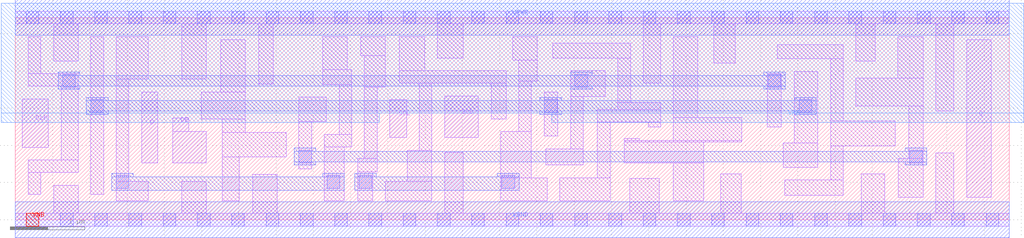
<source format=lef>
# Copyright 2020 The SkyWater PDK Authors
#
# Licensed under the Apache License, Version 2.0 (the "License");
# you may not use this file except in compliance with the License.
# You may obtain a copy of the License at
#
#     https://www.apache.org/licenses/LICENSE-2.0
#
# Unless required by applicable law or agreed to in writing, software
# distributed under the License is distributed on an "AS IS" BASIS,
# WITHOUT WARRANTIES OR CONDITIONS OF ANY KIND, either express or implied.
# See the License for the specific language governing permissions and
# limitations under the License.
#
# SPDX-License-Identifier: Apache-2.0

VERSION 5.7 ;
  NOWIREEXTENSIONATPIN ON ;
  DIVIDERCHAR "/" ;
  BUSBITCHARS "[]" ;
MACRO sky130_fd_sc_hd__sedfxtp_1
  CLASS CORE ;
  FOREIGN sky130_fd_sc_hd__sedfxtp_1 ;
  ORIGIN  0.000000  0.000000 ;
  SIZE  13.34000 BY  2.720000 ;
  SYMMETRY X Y R90 ;
  SITE unithd ;
  PIN D
    ANTENNAGATEAREA  0.159000 ;
    DIRECTION INPUT ;
    USE SIGNAL ;
    PORT
      LAYER li1 ;
        RECT 1.695000 0.765000 1.915000 1.720000 ;
    END
  END D
  PIN DE
    ANTENNAGATEAREA  0.318000 ;
    DIRECTION INPUT ;
    USE SIGNAL ;
    PORT
      LAYER li1 ;
        RECT 2.110000 0.765000 2.565000 1.185000 ;
        RECT 2.110000 1.185000 2.325000 1.370000 ;
    END
  END DE
  PIN Q
    ANTENNADIFFAREA  0.462000 ;
    DIRECTION OUTPUT ;
    USE SIGNAL ;
    PORT
      LAYER li1 ;
        RECT 12.765000 0.305000 13.095000 2.420000 ;
    END
  END Q
  PIN SCD
    ANTENNAGATEAREA  0.159000 ;
    DIRECTION INPUT ;
    USE SIGNAL ;
    PORT
      LAYER li1 ;
        RECT 5.760000 1.105000 6.215000 1.665000 ;
    END
  END SCD
  PIN SCE
    ANTENNAGATEAREA  0.318000 ;
    DIRECTION INPUT ;
    USE SIGNAL ;
    PORT
      LAYER li1 ;
        RECT 5.025000 1.105000 5.250000 1.615000 ;
    END
  END SCE
  PIN CLK
    ANTENNAGATEAREA  0.159000 ;
    DIRECTION INPUT ;
    USE CLOCK ;
    PORT
      LAYER li1 ;
        RECT 0.095000 0.975000 0.445000 1.625000 ;
    END
  END CLK
  PIN VGND
    DIRECTION INOUT ;
    SHAPE ABUTMENT ;
    USE GROUND ;
    PORT
      LAYER met1 ;
        RECT 0.000000 -0.240000 13.340000 0.240000 ;
    END
  END VGND
  PIN VNB
    DIRECTION INOUT ;
    USE GROUND ;
    PORT
      LAYER pwell ;
        RECT 0.145000 -0.085000 0.315000 0.085000 ;
    END
  END VNB
  PIN VPB
    DIRECTION INOUT ;
    USE POWER ;
    PORT
      LAYER nwell ;
        RECT -0.190000 1.305000  4.885000 1.435000 ;
        RECT -0.190000 1.435000 13.530000 2.910000 ;
        RECT  7.200000 1.305000 13.530000 1.435000 ;
    END
  END VPB
  PIN VPWR
    DIRECTION INOUT ;
    SHAPE ABUTMENT ;
    USE POWER ;
    PORT
      LAYER met1 ;
        RECT 0.000000 2.480000 13.340000 2.960000 ;
    END
  END VPWR
  OBS
    LAYER li1 ;
      RECT  0.000000 -0.085000 13.340000 0.085000 ;
      RECT  0.000000  2.635000 13.340000 2.805000 ;
      RECT  0.175000  0.345000  0.345000 0.635000 ;
      RECT  0.175000  0.635000  0.845000 0.805000 ;
      RECT  0.175000  1.795000  0.845000 1.965000 ;
      RECT  0.175000  1.965000  0.345000 2.465000 ;
      RECT  0.515000  0.085000  0.845000 0.465000 ;
      RECT  0.515000  2.135000  0.845000 2.635000 ;
      RECT  0.615000  0.805000  0.845000 1.795000 ;
      RECT  1.015000  0.345000  1.185000 2.465000 ;
      RECT  1.355000  0.255000  1.785000 0.515000 ;
      RECT  1.355000  0.515000  1.525000 1.890000 ;
      RECT  1.355000  1.890000  1.785000 2.465000 ;
      RECT  2.235000  0.085000  2.565000 0.515000 ;
      RECT  2.235000  1.890000  2.565000 2.635000 ;
      RECT  2.495000  1.355000  3.085000 1.720000 ;
      RECT  2.755000  1.720000  3.085000 2.425000 ;
      RECT  2.780000  0.255000  3.005000 0.845000 ;
      RECT  2.780000  0.845000  3.635000 1.175000 ;
      RECT  2.780000  1.175000  3.085000 1.355000 ;
      RECT  3.185000  0.085000  3.515000 0.610000 ;
      RECT  3.265000  1.825000  3.460000 2.635000 ;
      RECT  3.805000  0.685000  3.975000 1.320000 ;
      RECT  3.805000  1.320000  4.175000 1.650000 ;
      RECT  4.125000  1.820000  4.515000 2.020000 ;
      RECT  4.125000  2.020000  4.455000 2.465000 ;
      RECT  4.145000  0.255000  4.415000 0.980000 ;
      RECT  4.145000  0.980000  4.515000 1.150000 ;
      RECT  4.345000  1.150000  4.515000 1.820000 ;
      RECT  4.595000  0.255000  4.795000 0.645000 ;
      RECT  4.595000  0.645000  4.855000 0.825000 ;
      RECT  4.635000  2.210000  4.965000 2.465000 ;
      RECT  4.685000  0.825000  4.855000 1.785000 ;
      RECT  4.685000  1.785000  4.965000 2.210000 ;
      RECT  4.965000  0.255000  5.590000 0.515000 ;
      RECT  5.155000  1.835000  6.585000 2.005000 ;
      RECT  5.155000  2.005000  5.495000 2.465000 ;
      RECT  5.260000  0.515000  5.590000 0.935000 ;
      RECT  5.420000  0.935000  5.590000 1.835000 ;
      RECT  5.665000  2.175000  6.010000 2.635000 ;
      RECT  5.760000  0.085000  6.010000 0.905000 ;
      RECT  6.385000  1.355000  6.585000 1.835000 ;
      RECT  6.515000  0.255000  7.135000 0.565000 ;
      RECT  6.515000  0.565000  6.925000 1.185000 ;
      RECT  6.675000  2.150000  7.005000 2.465000 ;
      RECT  6.755000  1.185000  6.925000 1.865000 ;
      RECT  6.755000  1.865000  7.005000 2.150000 ;
      RECT  7.095000  1.125000  7.280000 1.720000 ;
      RECT  7.115000  0.735000  7.620000 0.955000 ;
      RECT  7.215000  2.175000  8.255000 2.375000 ;
      RECT  7.305000  0.255000  7.980000 0.565000 ;
      RECT  7.450000  0.955000  7.620000 1.655000 ;
      RECT  7.450000  1.655000  7.915000 2.005000 ;
      RECT  7.810000  0.565000  7.980000 1.315000 ;
      RECT  7.810000  1.315000  8.660000 1.485000 ;
      RECT  8.085000  1.485000  8.660000 1.575000 ;
      RECT  8.085000  1.575000  8.255000 2.175000 ;
      RECT  8.170000  0.765000  9.235000 1.045000 ;
      RECT  8.170000  1.045000  9.745000 1.065000 ;
      RECT  8.170000  1.065000  8.370000 1.095000 ;
      RECT  8.245000  0.085000  8.640000 0.560000 ;
      RECT  8.425000  1.835000  8.660000 2.635000 ;
      RECT  8.490000  1.245000  8.660000 1.315000 ;
      RECT  8.830000  0.255000  9.235000 0.765000 ;
      RECT  8.830000  1.065000  9.745000 1.375000 ;
      RECT  8.830000  1.375000  9.160000 2.465000 ;
      RECT  9.370000  2.105000  9.660000 2.635000 ;
      RECT  9.465000  0.085000  9.740000 0.615000 ;
      RECT 10.090000  1.245000 10.280000 1.965000 ;
      RECT 10.225000  2.165000 11.110000 2.355000 ;
      RECT 10.305000  0.705000 10.770000 1.035000 ;
      RECT 10.325000  0.330000 11.110000 0.535000 ;
      RECT 10.450000  1.035000 10.770000 1.995000 ;
      RECT 10.940000  0.535000 11.110000 0.995000 ;
      RECT 10.940000  0.995000 11.810000 1.325000 ;
      RECT 10.940000  1.325000 11.110000 2.165000 ;
      RECT 11.280000  1.530000 12.180000 1.905000 ;
      RECT 11.280000  2.135000 11.540000 2.635000 ;
      RECT 11.350000  0.085000 11.665000 0.615000 ;
      RECT 11.840000  1.905000 12.180000 2.465000 ;
      RECT 11.850000  0.300000 12.180000 0.825000 ;
      RECT 11.990000  0.825000 12.180000 1.530000 ;
      RECT 12.350000  0.085000 12.595000 0.900000 ;
      RECT 12.350000  1.465000 12.595000 2.635000 ;
    LAYER mcon ;
      RECT  0.145000 -0.085000  0.315000 0.085000 ;
      RECT  0.145000  2.635000  0.315000 2.805000 ;
      RECT  0.605000 -0.085000  0.775000 0.085000 ;
      RECT  0.605000  2.635000  0.775000 2.805000 ;
      RECT  0.635000  1.785000  0.805000 1.955000 ;
      RECT  1.015000  1.445000  1.185000 1.615000 ;
      RECT  1.065000 -0.085000  1.235000 0.085000 ;
      RECT  1.065000  2.635000  1.235000 2.805000 ;
      RECT  1.355000  0.425000  1.525000 0.595000 ;
      RECT  1.525000 -0.085000  1.695000 0.085000 ;
      RECT  1.525000  2.635000  1.695000 2.805000 ;
      RECT  1.985000 -0.085000  2.155000 0.085000 ;
      RECT  1.985000  2.635000  2.155000 2.805000 ;
      RECT  2.445000 -0.085000  2.615000 0.085000 ;
      RECT  2.445000  2.635000  2.615000 2.805000 ;
      RECT  2.905000 -0.085000  3.075000 0.085000 ;
      RECT  2.905000  2.635000  3.075000 2.805000 ;
      RECT  3.365000 -0.085000  3.535000 0.085000 ;
      RECT  3.365000  2.635000  3.535000 2.805000 ;
      RECT  3.805000  0.765000  3.975000 0.935000 ;
      RECT  3.825000 -0.085000  3.995000 0.085000 ;
      RECT  3.825000  2.635000  3.995000 2.805000 ;
      RECT  4.185000  0.425000  4.355000 0.595000 ;
      RECT  4.285000 -0.085000  4.455000 0.085000 ;
      RECT  4.285000  2.635000  4.455000 2.805000 ;
      RECT  4.615000  0.425000  4.785000 0.595000 ;
      RECT  4.745000 -0.085000  4.915000 0.085000 ;
      RECT  4.745000  2.635000  4.915000 2.805000 ;
      RECT  5.205000 -0.085000  5.375000 0.085000 ;
      RECT  5.205000  2.635000  5.375000 2.805000 ;
      RECT  5.665000 -0.085000  5.835000 0.085000 ;
      RECT  5.665000  2.635000  5.835000 2.805000 ;
      RECT  6.125000 -0.085000  6.295000 0.085000 ;
      RECT  6.125000  2.635000  6.295000 2.805000 ;
      RECT  6.530000  0.425000  6.700000 0.595000 ;
      RECT  6.585000 -0.085000  6.755000 0.085000 ;
      RECT  6.585000  2.635000  6.755000 2.805000 ;
      RECT  7.045000 -0.085000  7.215000 0.085000 ;
      RECT  7.045000  2.635000  7.215000 2.805000 ;
      RECT  7.100000  1.445000  7.270000 1.615000 ;
      RECT  7.505000 -0.085000  7.675000 0.085000 ;
      RECT  7.505000  2.635000  7.675000 2.805000 ;
      RECT  7.510000  1.785000  7.680000 1.955000 ;
      RECT  7.965000 -0.085000  8.135000 0.085000 ;
      RECT  7.965000  2.635000  8.135000 2.805000 ;
      RECT  8.425000 -0.085000  8.595000 0.085000 ;
      RECT  8.425000  2.635000  8.595000 2.805000 ;
      RECT  8.885000 -0.085000  9.055000 0.085000 ;
      RECT  8.885000  2.635000  9.055000 2.805000 ;
      RECT  9.345000 -0.085000  9.515000 0.085000 ;
      RECT  9.345000  2.635000  9.515000 2.805000 ;
      RECT  9.805000 -0.085000  9.975000 0.085000 ;
      RECT  9.805000  2.635000  9.975000 2.805000 ;
      RECT 10.100000  1.785000 10.270000 1.955000 ;
      RECT 10.265000 -0.085000 10.435000 0.085000 ;
      RECT 10.265000  2.635000 10.435000 2.805000 ;
      RECT 10.520000  1.445000 10.690000 1.615000 ;
      RECT 10.725000 -0.085000 10.895000 0.085000 ;
      RECT 10.725000  2.635000 10.895000 2.805000 ;
      RECT 11.185000 -0.085000 11.355000 0.085000 ;
      RECT 11.185000  2.635000 11.355000 2.805000 ;
      RECT 11.645000 -0.085000 11.815000 0.085000 ;
      RECT 11.645000  2.635000 11.815000 2.805000 ;
      RECT 12.000000  0.765000 12.170000 0.935000 ;
      RECT 12.105000 -0.085000 12.275000 0.085000 ;
      RECT 12.105000  2.635000 12.275000 2.805000 ;
      RECT 12.565000 -0.085000 12.735000 0.085000 ;
      RECT 12.565000  2.635000 12.735000 2.805000 ;
      RECT 13.025000 -0.085000 13.195000 0.085000 ;
      RECT 13.025000  2.635000 13.195000 2.805000 ;
    LAYER met1 ;
      RECT  0.575000 1.755000  0.865000 1.800000 ;
      RECT  0.575000 1.800000 10.330000 1.940000 ;
      RECT  0.575000 1.940000  0.865000 1.985000 ;
      RECT  0.955000 1.415000  1.245000 1.460000 ;
      RECT  0.955000 1.460000 10.750000 1.600000 ;
      RECT  0.955000 1.600000  1.245000 1.645000 ;
      RECT  1.295000 0.395000  4.415000 0.580000 ;
      RECT  1.295000 0.580000  1.585000 0.625000 ;
      RECT  3.745000 0.735000  4.035000 0.780000 ;
      RECT  3.745000 0.780000 12.230000 0.920000 ;
      RECT  3.745000 0.920000  4.035000 0.965000 ;
      RECT  4.125000 0.580000  4.415000 0.625000 ;
      RECT  4.555000 0.395000  6.760000 0.580000 ;
      RECT  4.555000 0.580000  4.845000 0.625000 ;
      RECT  6.470000 0.580000  6.760000 0.625000 ;
      RECT  7.040000 1.415000  7.330000 1.460000 ;
      RECT  7.040000 1.600000  7.330000 1.645000 ;
      RECT  7.450000 1.755000  7.740000 1.800000 ;
      RECT  7.450000 1.940000  7.740000 1.985000 ;
      RECT 10.040000 1.755000 10.330000 1.800000 ;
      RECT 10.040000 1.940000 10.330000 1.985000 ;
      RECT 10.460000 1.415000 10.750000 1.460000 ;
      RECT 10.460000 1.600000 10.750000 1.645000 ;
      RECT 11.940000 0.735000 12.230000 0.780000 ;
      RECT 11.940000 0.920000 12.230000 0.965000 ;
  END
END sky130_fd_sc_hd__sedfxtp_1
END LIBRARY

</source>
